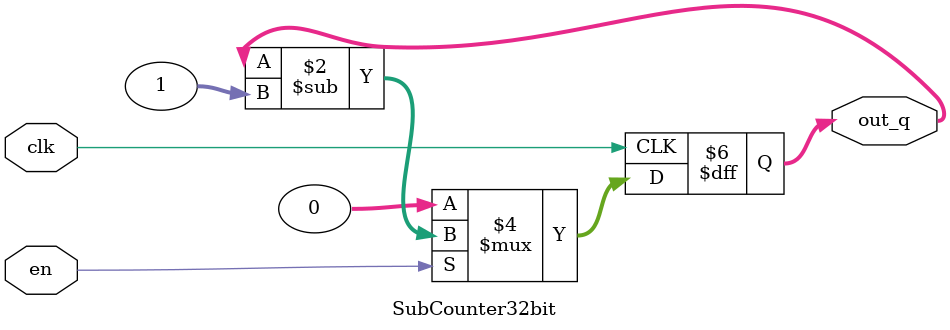
<source format=v>
module SubCounter32bit(clk, en, out_q);
    input clk;
    input en;
    output reg [32-1 : 0] out_q;

    always @(posedge clk) begin
        if (en) out_q <= out_q - 1;
        else out_q <= 0;
    end

endmodule

</source>
